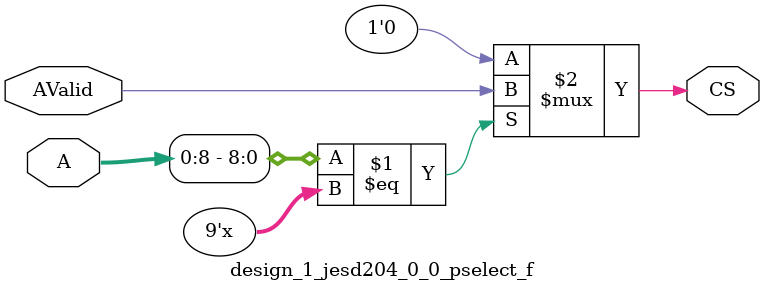
<source format=v>
`timescale 1 ps/1 ps

module design_1_jesd204_0_0_pselect_f ( A, AValid, CS) ;

parameter C_AB  = 9;
parameter C_AW  = 32;
parameter [0:C_AW - 1] C_BAR =  'bz;
parameter C_FAMILY  = "nofamily";
input[0:C_AW-1] A; 
input AValid; 
output CS; 
wire CS;
parameter [0:C_AB-1]BAR = C_BAR[0:C_AB-1];

//----------------------------------------------------------------------------
// Build a behavioral decoder
//----------------------------------------------------------------------------
generate
if (C_AB > 0) begin : XST_WA
assign CS = (A[0:C_AB - 1] == BAR[0:C_AB - 1]) ? AValid : 1'b0 ;
end
endgenerate

generate
if (C_AB == 0) begin : PASS_ON_GEN
assign CS = AValid ;
end
endgenerate
endmodule

</source>
